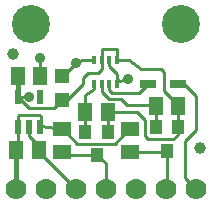
<source format=gbr>
G04 EAGLE Gerber RS-274X export*
G75*
%MOMM*%
%FSLAX34Y34*%
%LPD*%
%INTop Copper*%
%IPPOS*%
%AMOC8*
5,1,8,0,0,1.08239X$1,22.5*%
G01*
%ADD10C,3.216000*%
%ADD11R,0.550000X1.200000*%
%ADD12C,1.000000*%
%ADD13C,1.778000*%
%ADD14R,0.350000X0.700000*%
%ADD15R,1.300000X1.500000*%
%ADD16R,1.000000X1.200000*%
%ADD17R,1.300000X1.200000*%
%ADD18R,1.500000X1.300000*%
%ADD19R,1.350000X0.800000*%
%ADD20C,0.254000*%
%ADD21C,0.906400*%
%ADD22C,0.406400*%


D10*
X25400Y165100D03*
X152400Y165100D03*
D11*
X14630Y77169D03*
X24130Y77169D03*
X33630Y77169D03*
X33630Y103171D03*
X14630Y103171D03*
D12*
X168910Y59690D03*
X10160Y139700D03*
D13*
X12700Y25400D03*
X38100Y25400D03*
X63500Y25400D03*
X88900Y25400D03*
X114300Y25400D03*
X139700Y25400D03*
X165100Y25400D03*
D14*
X98650Y114210D03*
X92150Y114210D03*
X85650Y114210D03*
X79150Y114210D03*
X79150Y134710D03*
X85650Y134710D03*
X92150Y134710D03*
X98650Y134710D03*
D15*
X14630Y120650D03*
X33630Y120650D03*
D16*
X81280Y53500D03*
X71780Y73500D03*
X90780Y73500D03*
X140970Y57310D03*
X131470Y77310D03*
X150470Y77310D03*
D15*
X131470Y95250D03*
X150470Y95250D03*
X71780Y90170D03*
X90780Y90170D03*
D17*
X52070Y120650D03*
X52070Y100330D03*
D18*
X52070Y56540D03*
X52070Y75540D03*
X109220Y56540D03*
X109220Y75540D03*
D15*
X13360Y58420D03*
X32360Y58420D03*
D19*
X149860Y114300D03*
X124460Y114300D03*
D20*
X92150Y128830D02*
X92150Y134710D01*
X92150Y128830D02*
X98650Y122330D01*
X98650Y118600D01*
X98650Y114210D01*
X33630Y120650D02*
X33020Y121260D01*
X33020Y135890D01*
D21*
X33020Y135890D03*
D20*
X24130Y77169D02*
X24130Y69850D01*
X30480Y63500D01*
X30480Y60300D01*
X32360Y58420D01*
X32360Y56540D01*
X63500Y25400D01*
X100410Y116840D02*
X98650Y118600D01*
X100410Y116840D02*
X107950Y118110D01*
D21*
X107950Y118110D03*
D20*
X131470Y95250D02*
X131470Y77310D01*
X85650Y107390D02*
X85650Y114210D01*
X85650Y107390D02*
X91440Y101600D01*
X101600Y101600D01*
X106680Y96520D01*
X130200Y96520D01*
X131470Y95250D01*
X71780Y90170D02*
X71780Y73500D01*
X79150Y109630D02*
X79150Y114210D01*
X79150Y109630D02*
X71780Y104800D01*
X71780Y90170D01*
X92150Y108510D02*
X92150Y114210D01*
X92150Y108510D02*
X93980Y106680D01*
X116840Y106680D01*
X124460Y114300D01*
D22*
X12700Y56490D02*
X12700Y25400D01*
D20*
X14630Y77169D02*
X14630Y87020D01*
X15240Y87630D01*
X33020Y87630D01*
X34290Y86360D01*
X34290Y77829D01*
X33630Y77169D01*
X34290Y77829D02*
X34541Y78080D01*
X52070Y75540D01*
X109220Y75540D02*
X109830Y76810D01*
X96520Y63500D01*
X64770Y63500D01*
X52730Y75540D01*
X52070Y75540D01*
X14630Y77169D02*
X14630Y58420D01*
X13360Y58420D01*
X12700Y58420D02*
X12700Y56490D01*
X12700Y58420D02*
X13360Y58420D01*
D22*
X14630Y103171D02*
X14630Y120650D01*
D20*
X85650Y134710D02*
X85650Y143510D01*
X98650Y143510D01*
X98650Y134710D01*
X150470Y95250D02*
X150470Y77310D01*
X90780Y73500D02*
X90780Y90170D01*
D21*
X24130Y102870D03*
D20*
X14931Y102870D01*
X14630Y103171D01*
X52070Y100330D02*
X55880Y100330D01*
X69850Y114300D01*
X69850Y119380D01*
X73660Y123190D01*
X82550Y123190D01*
X85650Y126290D01*
X85650Y134710D01*
X90780Y90170D02*
X115570Y90170D01*
X121920Y83820D01*
X121920Y69850D01*
X124460Y67310D01*
X146050Y67310D01*
X149860Y71120D01*
X149860Y76700D01*
X150470Y77310D01*
X150470Y95250D02*
X150470Y95910D01*
X138430Y107950D01*
X138430Y124460D01*
X135890Y127000D01*
X119060Y127000D01*
X108810Y134710D01*
X52070Y100330D02*
X45085Y93345D01*
X24456Y93345D01*
X14630Y103171D01*
X98650Y134710D02*
X108810Y134710D01*
X149860Y114300D02*
X154940Y114300D01*
X165100Y104140D01*
X165100Y74930D01*
X156210Y66040D01*
X156210Y34290D01*
X165100Y25400D01*
X56380Y53500D02*
X52070Y56540D01*
X56380Y53500D02*
X81280Y53500D01*
X88900Y47150D01*
X88900Y25400D01*
X140970Y26670D02*
X140970Y57310D01*
X140970Y26670D02*
X139700Y25400D01*
X140470Y56540D02*
X109220Y56540D01*
X140470Y56540D02*
X140970Y57310D01*
X69330Y134710D02*
X64023Y131943D01*
X69330Y134710D02*
X79150Y134710D01*
D21*
X64023Y131943D03*
D20*
X52730Y120650D02*
X52070Y120650D01*
X52730Y120650D02*
X64023Y131943D01*
M02*

</source>
